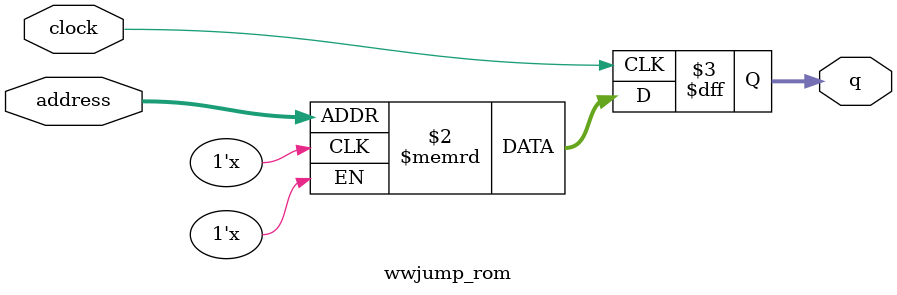
<source format=sv>
module wwjump_rom (
	input logic clock,
	input logic [11:0] address,
	output logic [3:0] q
);

logic [3:0] memory [0:4095] /* synthesis ram_init_file = "./wwjump/wwjump.mif" */;

always_ff @ (posedge clock) begin
	q <= memory[address];
end

endmodule

</source>
